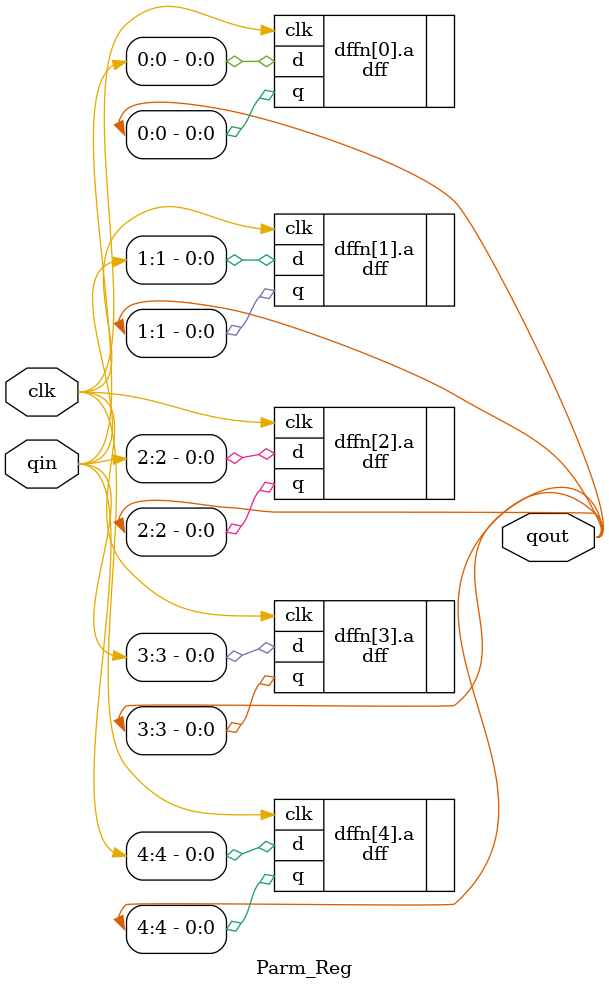
<source format=v>
`timescale 1ns / 1ps


module Parm_Reg#(parameter N = 5)(clk,qin,qout);// uses the given flipflops to create a register defined by param size
    //init vars
    input clk;
    input [N-1:0]qin;
    output [N-1:0]qout;
    // generate all registers
    wire [N-1:0]qmed; // assign an intermedidate buss for the wires
    genvar i;
    generate
        for (i=0; i<N; i=i+1) begin:dffn 
            //dff a(.q(qmed[i]),.d(qin[i]),.clk(clk));
            dff a(.q(qout[i]),.d(qin[i]),.clk(clk));
        end
    endgenerate
//    always @(posedge clk)
//        qout=qmed;
endmodule

</source>
